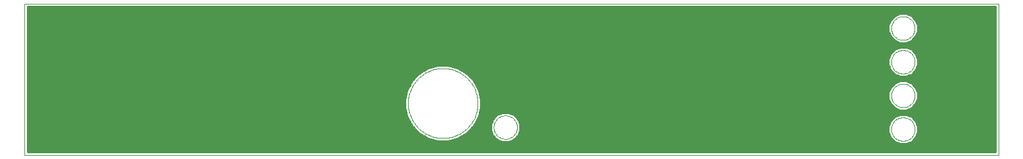
<source format=gbl>
G75*
%MOIN*%
%OFA0B0*%
%FSLAX24Y24*%
%IPPOS*%
%LPD*%
%AMOC8*
5,1,8,0,0,1.08239X$1,22.5*
%
%ADD10C,0.0010*%
%ADD11C,0.0000*%
%ADD12C,0.2762*%
%ADD13C,0.3195*%
%ADD14C,0.1660*%
%ADD15C,0.0160*%
D10*
X000847Y001846D02*
X051437Y001846D01*
X051437Y009721D01*
X000847Y009721D01*
X000847Y001846D01*
D11*
X020768Y004543D02*
X020770Y004628D01*
X020776Y004713D01*
X020786Y004797D01*
X020800Y004881D01*
X020818Y004964D01*
X020839Y005046D01*
X020865Y005127D01*
X020894Y005207D01*
X020927Y005285D01*
X020963Y005361D01*
X021004Y005436D01*
X021047Y005509D01*
X021094Y005580D01*
X021144Y005648D01*
X021198Y005714D01*
X021254Y005778D01*
X021314Y005838D01*
X021376Y005896D01*
X021440Y005951D01*
X021508Y006003D01*
X021577Y006052D01*
X021649Y006097D01*
X021723Y006139D01*
X021799Y006177D01*
X021876Y006212D01*
X021955Y006243D01*
X022036Y006271D01*
X022117Y006294D01*
X022200Y006314D01*
X022283Y006330D01*
X022367Y006342D01*
X022452Y006350D01*
X022537Y006354D01*
X022621Y006354D01*
X022706Y006350D01*
X022791Y006342D01*
X022875Y006330D01*
X022958Y006314D01*
X023041Y006294D01*
X023122Y006271D01*
X023203Y006243D01*
X023282Y006212D01*
X023359Y006177D01*
X023435Y006139D01*
X023509Y006097D01*
X023581Y006052D01*
X023650Y006003D01*
X023718Y005951D01*
X023782Y005896D01*
X023844Y005838D01*
X023904Y005778D01*
X023960Y005714D01*
X024014Y005648D01*
X024064Y005580D01*
X024111Y005509D01*
X024154Y005436D01*
X024195Y005361D01*
X024231Y005285D01*
X024264Y005207D01*
X024293Y005127D01*
X024319Y005046D01*
X024340Y004964D01*
X024358Y004881D01*
X024372Y004797D01*
X024382Y004713D01*
X024388Y004628D01*
X024390Y004543D01*
X024388Y004458D01*
X024382Y004373D01*
X024372Y004289D01*
X024358Y004205D01*
X024340Y004122D01*
X024319Y004040D01*
X024293Y003959D01*
X024264Y003879D01*
X024231Y003801D01*
X024195Y003725D01*
X024154Y003650D01*
X024111Y003577D01*
X024064Y003506D01*
X024014Y003438D01*
X023960Y003372D01*
X023904Y003308D01*
X023844Y003248D01*
X023782Y003190D01*
X023718Y003135D01*
X023650Y003083D01*
X023581Y003034D01*
X023509Y002989D01*
X023435Y002947D01*
X023359Y002909D01*
X023282Y002874D01*
X023203Y002843D01*
X023122Y002815D01*
X023041Y002792D01*
X022958Y002772D01*
X022875Y002756D01*
X022791Y002744D01*
X022706Y002736D01*
X022621Y002732D01*
X022537Y002732D01*
X022452Y002736D01*
X022367Y002744D01*
X022283Y002756D01*
X022200Y002772D01*
X022117Y002792D01*
X022036Y002815D01*
X021955Y002843D01*
X021876Y002874D01*
X021799Y002909D01*
X021723Y002947D01*
X021649Y002989D01*
X021577Y003034D01*
X021508Y003083D01*
X021440Y003135D01*
X021376Y003190D01*
X021314Y003248D01*
X021254Y003308D01*
X021198Y003372D01*
X021144Y003438D01*
X021094Y003506D01*
X021047Y003577D01*
X021004Y003650D01*
X020963Y003725D01*
X020927Y003801D01*
X020894Y003879D01*
X020865Y003959D01*
X020839Y004040D01*
X020818Y004122D01*
X020800Y004205D01*
X020786Y004289D01*
X020776Y004373D01*
X020770Y004458D01*
X020768Y004543D01*
X025219Y003293D02*
X025221Y003342D01*
X025227Y003391D01*
X025237Y003439D01*
X025250Y003486D01*
X025268Y003532D01*
X025289Y003576D01*
X025313Y003619D01*
X025341Y003659D01*
X025372Y003698D01*
X025406Y003733D01*
X025443Y003766D01*
X025482Y003795D01*
X025524Y003821D01*
X025567Y003844D01*
X025613Y003863D01*
X025659Y003879D01*
X025707Y003891D01*
X025755Y003899D01*
X025804Y003903D01*
X025854Y003903D01*
X025903Y003899D01*
X025951Y003891D01*
X025999Y003879D01*
X026045Y003863D01*
X026091Y003844D01*
X026134Y003821D01*
X026176Y003795D01*
X026215Y003766D01*
X026252Y003733D01*
X026286Y003698D01*
X026317Y003659D01*
X026345Y003619D01*
X026369Y003576D01*
X026390Y003532D01*
X026408Y003486D01*
X026421Y003439D01*
X026431Y003391D01*
X026437Y003342D01*
X026439Y003293D01*
X026437Y003244D01*
X026431Y003195D01*
X026421Y003147D01*
X026408Y003100D01*
X026390Y003054D01*
X026369Y003010D01*
X026345Y002967D01*
X026317Y002927D01*
X026286Y002888D01*
X026252Y002853D01*
X026215Y002820D01*
X026176Y002791D01*
X026134Y002765D01*
X026091Y002742D01*
X026045Y002723D01*
X025999Y002707D01*
X025951Y002695D01*
X025903Y002687D01*
X025854Y002683D01*
X025804Y002683D01*
X025755Y002687D01*
X025707Y002695D01*
X025659Y002707D01*
X025613Y002723D01*
X025567Y002742D01*
X025524Y002765D01*
X025482Y002791D01*
X025443Y002820D01*
X025406Y002853D01*
X025372Y002888D01*
X025341Y002927D01*
X025313Y002967D01*
X025289Y003010D01*
X025268Y003054D01*
X025250Y003100D01*
X025237Y003147D01*
X025227Y003195D01*
X025221Y003244D01*
X025219Y003293D01*
X045869Y003193D02*
X045871Y003242D01*
X045877Y003291D01*
X045887Y003339D01*
X045900Y003386D01*
X045918Y003432D01*
X045939Y003476D01*
X045963Y003519D01*
X045991Y003559D01*
X046022Y003598D01*
X046056Y003633D01*
X046093Y003666D01*
X046132Y003695D01*
X046174Y003721D01*
X046217Y003744D01*
X046263Y003763D01*
X046309Y003779D01*
X046357Y003791D01*
X046405Y003799D01*
X046454Y003803D01*
X046504Y003803D01*
X046553Y003799D01*
X046601Y003791D01*
X046649Y003779D01*
X046695Y003763D01*
X046741Y003744D01*
X046784Y003721D01*
X046826Y003695D01*
X046865Y003666D01*
X046902Y003633D01*
X046936Y003598D01*
X046967Y003559D01*
X046995Y003519D01*
X047019Y003476D01*
X047040Y003432D01*
X047058Y003386D01*
X047071Y003339D01*
X047081Y003291D01*
X047087Y003242D01*
X047089Y003193D01*
X047087Y003144D01*
X047081Y003095D01*
X047071Y003047D01*
X047058Y003000D01*
X047040Y002954D01*
X047019Y002910D01*
X046995Y002867D01*
X046967Y002827D01*
X046936Y002788D01*
X046902Y002753D01*
X046865Y002720D01*
X046826Y002691D01*
X046784Y002665D01*
X046741Y002642D01*
X046695Y002623D01*
X046649Y002607D01*
X046601Y002595D01*
X046553Y002587D01*
X046504Y002583D01*
X046454Y002583D01*
X046405Y002587D01*
X046357Y002595D01*
X046309Y002607D01*
X046263Y002623D01*
X046217Y002642D01*
X046174Y002665D01*
X046132Y002691D01*
X046093Y002720D01*
X046056Y002753D01*
X046022Y002788D01*
X045991Y002827D01*
X045963Y002867D01*
X045939Y002910D01*
X045918Y002954D01*
X045900Y003000D01*
X045887Y003047D01*
X045877Y003095D01*
X045871Y003144D01*
X045869Y003193D01*
X045869Y004943D02*
X045871Y004992D01*
X045877Y005041D01*
X045887Y005089D01*
X045900Y005136D01*
X045918Y005182D01*
X045939Y005226D01*
X045963Y005269D01*
X045991Y005309D01*
X046022Y005348D01*
X046056Y005383D01*
X046093Y005416D01*
X046132Y005445D01*
X046174Y005471D01*
X046217Y005494D01*
X046263Y005513D01*
X046309Y005529D01*
X046357Y005541D01*
X046405Y005549D01*
X046454Y005553D01*
X046504Y005553D01*
X046553Y005549D01*
X046601Y005541D01*
X046649Y005529D01*
X046695Y005513D01*
X046741Y005494D01*
X046784Y005471D01*
X046826Y005445D01*
X046865Y005416D01*
X046902Y005383D01*
X046936Y005348D01*
X046967Y005309D01*
X046995Y005269D01*
X047019Y005226D01*
X047040Y005182D01*
X047058Y005136D01*
X047071Y005089D01*
X047081Y005041D01*
X047087Y004992D01*
X047089Y004943D01*
X047087Y004894D01*
X047081Y004845D01*
X047071Y004797D01*
X047058Y004750D01*
X047040Y004704D01*
X047019Y004660D01*
X046995Y004617D01*
X046967Y004577D01*
X046936Y004538D01*
X046902Y004503D01*
X046865Y004470D01*
X046826Y004441D01*
X046784Y004415D01*
X046741Y004392D01*
X046695Y004373D01*
X046649Y004357D01*
X046601Y004345D01*
X046553Y004337D01*
X046504Y004333D01*
X046454Y004333D01*
X046405Y004337D01*
X046357Y004345D01*
X046309Y004357D01*
X046263Y004373D01*
X046217Y004392D01*
X046174Y004415D01*
X046132Y004441D01*
X046093Y004470D01*
X046056Y004503D01*
X046022Y004538D01*
X045991Y004577D01*
X045963Y004617D01*
X045939Y004660D01*
X045918Y004704D01*
X045900Y004750D01*
X045887Y004797D01*
X045877Y004845D01*
X045871Y004894D01*
X045869Y004943D01*
X045869Y006693D02*
X045871Y006742D01*
X045877Y006791D01*
X045887Y006839D01*
X045900Y006886D01*
X045918Y006932D01*
X045939Y006976D01*
X045963Y007019D01*
X045991Y007059D01*
X046022Y007098D01*
X046056Y007133D01*
X046093Y007166D01*
X046132Y007195D01*
X046174Y007221D01*
X046217Y007244D01*
X046263Y007263D01*
X046309Y007279D01*
X046357Y007291D01*
X046405Y007299D01*
X046454Y007303D01*
X046504Y007303D01*
X046553Y007299D01*
X046601Y007291D01*
X046649Y007279D01*
X046695Y007263D01*
X046741Y007244D01*
X046784Y007221D01*
X046826Y007195D01*
X046865Y007166D01*
X046902Y007133D01*
X046936Y007098D01*
X046967Y007059D01*
X046995Y007019D01*
X047019Y006976D01*
X047040Y006932D01*
X047058Y006886D01*
X047071Y006839D01*
X047081Y006791D01*
X047087Y006742D01*
X047089Y006693D01*
X047087Y006644D01*
X047081Y006595D01*
X047071Y006547D01*
X047058Y006500D01*
X047040Y006454D01*
X047019Y006410D01*
X046995Y006367D01*
X046967Y006327D01*
X046936Y006288D01*
X046902Y006253D01*
X046865Y006220D01*
X046826Y006191D01*
X046784Y006165D01*
X046741Y006142D01*
X046695Y006123D01*
X046649Y006107D01*
X046601Y006095D01*
X046553Y006087D01*
X046504Y006083D01*
X046454Y006083D01*
X046405Y006087D01*
X046357Y006095D01*
X046309Y006107D01*
X046263Y006123D01*
X046217Y006142D01*
X046174Y006165D01*
X046132Y006191D01*
X046093Y006220D01*
X046056Y006253D01*
X046022Y006288D01*
X045991Y006327D01*
X045963Y006367D01*
X045939Y006410D01*
X045918Y006454D01*
X045900Y006500D01*
X045887Y006547D01*
X045877Y006595D01*
X045871Y006644D01*
X045869Y006693D01*
X045869Y008443D02*
X045871Y008492D01*
X045877Y008541D01*
X045887Y008589D01*
X045900Y008636D01*
X045918Y008682D01*
X045939Y008726D01*
X045963Y008769D01*
X045991Y008809D01*
X046022Y008848D01*
X046056Y008883D01*
X046093Y008916D01*
X046132Y008945D01*
X046174Y008971D01*
X046217Y008994D01*
X046263Y009013D01*
X046309Y009029D01*
X046357Y009041D01*
X046405Y009049D01*
X046454Y009053D01*
X046504Y009053D01*
X046553Y009049D01*
X046601Y009041D01*
X046649Y009029D01*
X046695Y009013D01*
X046741Y008994D01*
X046784Y008971D01*
X046826Y008945D01*
X046865Y008916D01*
X046902Y008883D01*
X046936Y008848D01*
X046967Y008809D01*
X046995Y008769D01*
X047019Y008726D01*
X047040Y008682D01*
X047058Y008636D01*
X047071Y008589D01*
X047081Y008541D01*
X047087Y008492D01*
X047089Y008443D01*
X047087Y008394D01*
X047081Y008345D01*
X047071Y008297D01*
X047058Y008250D01*
X047040Y008204D01*
X047019Y008160D01*
X046995Y008117D01*
X046967Y008077D01*
X046936Y008038D01*
X046902Y008003D01*
X046865Y007970D01*
X046826Y007941D01*
X046784Y007915D01*
X046741Y007892D01*
X046695Y007873D01*
X046649Y007857D01*
X046601Y007845D01*
X046553Y007837D01*
X046504Y007833D01*
X046454Y007833D01*
X046405Y007837D01*
X046357Y007845D01*
X046309Y007857D01*
X046263Y007873D01*
X046217Y007892D01*
X046174Y007915D01*
X046132Y007941D01*
X046093Y007970D01*
X046056Y008003D01*
X046022Y008038D01*
X045991Y008077D01*
X045963Y008117D01*
X045939Y008160D01*
X045918Y008204D01*
X045900Y008250D01*
X045887Y008297D01*
X045877Y008345D01*
X045871Y008394D01*
X045869Y008443D01*
D12*
X013329Y007793D03*
X007579Y007793D03*
X007579Y003793D03*
X013329Y003793D03*
D13*
X031579Y005793D03*
X042579Y005793D03*
D14*
X050256Y006768D03*
X002028Y006768D03*
D15*
X001032Y006760D02*
X045689Y006760D01*
X045689Y006851D02*
X045689Y006536D01*
X045809Y006246D01*
X046031Y006023D01*
X046322Y005903D01*
X046636Y005903D01*
X046927Y006023D01*
X047149Y006246D01*
X047269Y006536D01*
X047269Y006851D01*
X047149Y007141D01*
X046927Y007363D01*
X046636Y007484D01*
X046322Y007484D01*
X046031Y007363D01*
X045809Y007141D01*
X045689Y006851D01*
X045717Y006919D02*
X001032Y006919D01*
X001032Y007077D02*
X045782Y007077D01*
X045903Y007236D02*
X001032Y007236D01*
X001032Y007394D02*
X046105Y007394D01*
X046852Y007394D02*
X051252Y007394D01*
X051252Y007553D02*
X001032Y007553D01*
X001032Y007711D02*
X046182Y007711D01*
X046322Y007653D02*
X046636Y007653D01*
X046927Y007773D01*
X047149Y007996D01*
X047269Y008286D01*
X047269Y008601D01*
X047149Y008891D01*
X046927Y009113D01*
X046636Y009234D01*
X046322Y009234D01*
X046031Y009113D01*
X045809Y008891D01*
X045689Y008601D01*
X045689Y008286D01*
X045809Y007996D01*
X046031Y007773D01*
X046322Y007653D01*
X046776Y007711D02*
X051252Y007711D01*
X051252Y007870D02*
X047023Y007870D01*
X047162Y008028D02*
X051252Y008028D01*
X051252Y008187D02*
X047228Y008187D01*
X047269Y008345D02*
X051252Y008345D01*
X051252Y008504D02*
X047269Y008504D01*
X047244Y008662D02*
X051252Y008662D01*
X051252Y008821D02*
X047178Y008821D01*
X047061Y008979D02*
X051252Y008979D01*
X051252Y009138D02*
X046868Y009138D01*
X046090Y009138D02*
X001032Y009138D01*
X001032Y008979D02*
X045897Y008979D01*
X045780Y008821D02*
X001032Y008821D01*
X001032Y008662D02*
X045714Y008662D01*
X045689Y008504D02*
X001032Y008504D01*
X001032Y008345D02*
X045689Y008345D01*
X045730Y008187D02*
X001032Y008187D01*
X001032Y008028D02*
X045796Y008028D01*
X045935Y007870D02*
X001032Y007870D01*
X001032Y006602D02*
X045689Y006602D01*
X045727Y006443D02*
X023182Y006443D01*
X023347Y006399D02*
X022841Y006534D01*
X022317Y006534D01*
X021810Y006399D01*
X021356Y006137D01*
X020986Y005766D01*
X020724Y005312D01*
X020588Y004805D01*
X020588Y004281D01*
X020724Y003775D01*
X020986Y003321D01*
X021356Y002950D01*
X021810Y002688D01*
X022317Y002552D01*
X022841Y002552D01*
X023347Y002688D01*
X023801Y002950D01*
X024172Y003321D01*
X024434Y003775D01*
X024570Y004281D01*
X024570Y004805D01*
X024434Y005312D01*
X024172Y005766D01*
X023801Y006137D01*
X023347Y006399D01*
X023545Y006285D02*
X045793Y006285D01*
X045929Y006126D02*
X023812Y006126D01*
X023970Y005968D02*
X046166Y005968D01*
X046792Y005968D02*
X051252Y005968D01*
X051252Y005809D02*
X024129Y005809D01*
X024239Y005651D02*
X046121Y005651D01*
X046031Y005613D02*
X046322Y005734D01*
X046636Y005734D01*
X046927Y005613D01*
X047149Y005391D01*
X047269Y005101D01*
X047269Y004786D01*
X047149Y004496D01*
X046927Y004273D01*
X046636Y004153D01*
X046322Y004153D01*
X046031Y004273D01*
X045809Y004496D01*
X045689Y004786D01*
X045689Y005101D01*
X045809Y005391D01*
X046031Y005613D01*
X045910Y005492D02*
X024330Y005492D01*
X024422Y005334D02*
X045785Y005334D01*
X045719Y005175D02*
X024471Y005175D01*
X024513Y005017D02*
X045689Y005017D01*
X045689Y004858D02*
X024556Y004858D01*
X024570Y004700D02*
X045725Y004700D01*
X045790Y004541D02*
X024570Y004541D01*
X024570Y004383D02*
X045922Y004383D01*
X046151Y004224D02*
X024555Y004224D01*
X024512Y004066D02*
X025628Y004066D01*
X025672Y004084D02*
X025381Y003963D01*
X025159Y003741D01*
X025039Y003451D01*
X025039Y003136D01*
X025159Y002846D01*
X025381Y002623D01*
X025672Y002503D01*
X025986Y002503D01*
X026277Y002623D01*
X026499Y002846D01*
X026619Y003136D01*
X026619Y003451D01*
X026499Y003741D01*
X026277Y003963D01*
X025986Y004084D01*
X025672Y004084D01*
X026030Y004066D02*
X051252Y004066D01*
X051252Y003907D02*
X046821Y003907D01*
X046927Y003863D02*
X046636Y003984D01*
X046322Y003984D01*
X046031Y003863D01*
X045809Y003641D01*
X045689Y003351D01*
X045689Y003036D01*
X045809Y002746D01*
X046031Y002523D01*
X046322Y002403D01*
X046636Y002403D01*
X046927Y002523D01*
X047149Y002746D01*
X047269Y003036D01*
X047269Y003351D01*
X047149Y003641D01*
X046927Y003863D01*
X047041Y003749D02*
X051252Y003749D01*
X051252Y003590D02*
X047170Y003590D01*
X047236Y003432D02*
X051252Y003432D01*
X051252Y003273D02*
X047269Y003273D01*
X047269Y003115D02*
X051252Y003115D01*
X051252Y002956D02*
X047236Y002956D01*
X047170Y002798D02*
X051252Y002798D01*
X051252Y002639D02*
X047042Y002639D01*
X046823Y002481D02*
X051252Y002481D01*
X051252Y002322D02*
X001032Y002322D01*
X001032Y002164D02*
X051252Y002164D01*
X051252Y002031D02*
X051252Y009536D01*
X001032Y009536D01*
X001032Y002031D01*
X051252Y002031D01*
X046135Y002481D02*
X001032Y002481D01*
X001032Y002639D02*
X021993Y002639D01*
X021621Y002798D02*
X001032Y002798D01*
X001032Y002956D02*
X021350Y002956D01*
X021192Y003115D02*
X001032Y003115D01*
X001032Y003273D02*
X021033Y003273D01*
X020922Y003432D02*
X001032Y003432D01*
X001032Y003590D02*
X020830Y003590D01*
X020739Y003749D02*
X001032Y003749D01*
X001032Y003907D02*
X020688Y003907D01*
X020646Y004066D02*
X001032Y004066D01*
X001032Y004224D02*
X020603Y004224D01*
X020588Y004383D02*
X001032Y004383D01*
X001032Y004541D02*
X020588Y004541D01*
X020588Y004700D02*
X001032Y004700D01*
X001032Y004858D02*
X020602Y004858D01*
X020644Y005017D02*
X001032Y005017D01*
X001032Y005175D02*
X020687Y005175D01*
X020736Y005334D02*
X001032Y005334D01*
X001032Y005492D02*
X020828Y005492D01*
X020919Y005651D02*
X001032Y005651D01*
X001032Y005809D02*
X021029Y005809D01*
X021187Y005968D02*
X001032Y005968D01*
X001032Y006126D02*
X021346Y006126D01*
X021613Y006285D02*
X001032Y006285D01*
X001032Y006443D02*
X021976Y006443D01*
X024470Y003907D02*
X025325Y003907D01*
X025166Y003749D02*
X024419Y003749D01*
X024328Y003590D02*
X025096Y003590D01*
X025039Y003432D02*
X024236Y003432D01*
X024124Y003273D02*
X025039Y003273D01*
X025048Y003115D02*
X023966Y003115D01*
X023807Y002956D02*
X025113Y002956D01*
X025207Y002798D02*
X023537Y002798D01*
X023164Y002639D02*
X025366Y002639D01*
X026292Y002639D02*
X045916Y002639D01*
X045788Y002798D02*
X026451Y002798D01*
X026544Y002956D02*
X045722Y002956D01*
X045689Y003115D02*
X026610Y003115D01*
X026619Y003273D02*
X045689Y003273D01*
X045722Y003432D02*
X026619Y003432D01*
X026561Y003590D02*
X045788Y003590D01*
X045916Y003749D02*
X026491Y003749D01*
X026333Y003907D02*
X046137Y003907D01*
X046807Y004224D02*
X051252Y004224D01*
X051252Y004383D02*
X047036Y004383D01*
X047168Y004541D02*
X051252Y004541D01*
X051252Y004700D02*
X047233Y004700D01*
X047269Y004858D02*
X051252Y004858D01*
X051252Y005017D02*
X047269Y005017D01*
X047238Y005175D02*
X051252Y005175D01*
X051252Y005334D02*
X047173Y005334D01*
X047048Y005492D02*
X051252Y005492D01*
X051252Y005651D02*
X046837Y005651D01*
X047029Y006126D02*
X051252Y006126D01*
X051252Y006285D02*
X047165Y006285D01*
X047231Y006443D02*
X051252Y006443D01*
X051252Y006602D02*
X047269Y006602D01*
X047269Y006760D02*
X051252Y006760D01*
X051252Y006919D02*
X047241Y006919D01*
X047175Y007077D02*
X051252Y007077D01*
X051252Y007236D02*
X047054Y007236D01*
X051252Y009296D02*
X001032Y009296D01*
X001032Y009455D02*
X051252Y009455D01*
M02*

</source>
